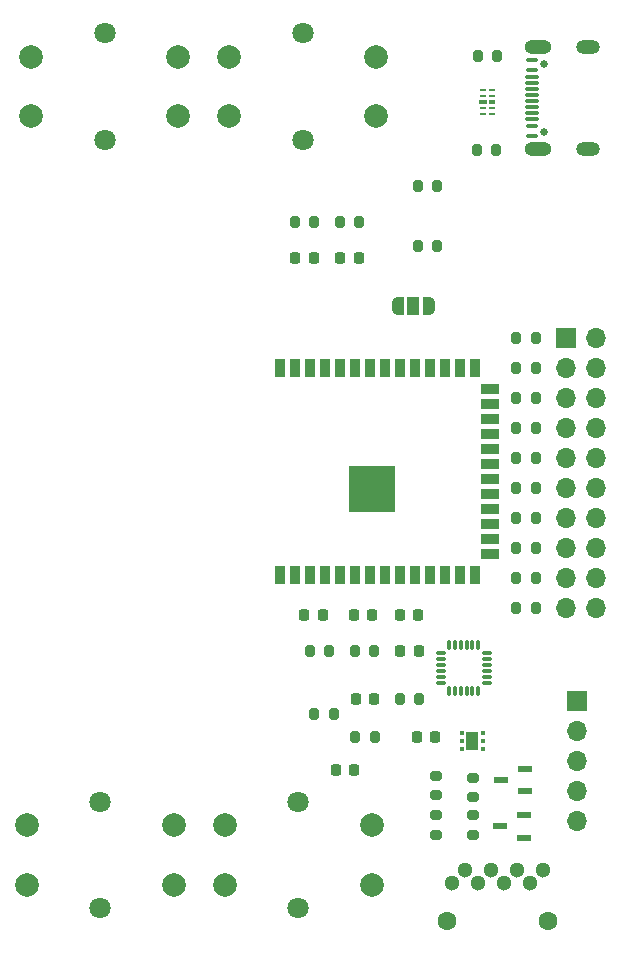
<source format=gts>
G04 #@! TF.GenerationSoftware,KiCad,Pcbnew,8.0.0*
G04 #@! TF.CreationDate,2024-03-19T09:43:12-05:00*
G04 #@! TF.ProjectId,DesignESP32PCB,44657369-676e-4455-9350-33325043422e,rev?*
G04 #@! TF.SameCoordinates,Original*
G04 #@! TF.FileFunction,Soldermask,Top*
G04 #@! TF.FilePolarity,Negative*
%FSLAX46Y46*%
G04 Gerber Fmt 4.6, Leading zero omitted, Abs format (unit mm)*
G04 Created by KiCad (PCBNEW 8.0.0) date 2024-03-19 09:43:12*
%MOMM*%
%LPD*%
G01*
G04 APERTURE LIST*
G04 Aperture macros list*
%AMRoundRect*
0 Rectangle with rounded corners*
0 $1 Rounding radius*
0 $2 $3 $4 $5 $6 $7 $8 $9 X,Y pos of 4 corners*
0 Add a 4 corners polygon primitive as box body*
4,1,4,$2,$3,$4,$5,$6,$7,$8,$9,$2,$3,0*
0 Add four circle primitives for the rounded corners*
1,1,$1+$1,$2,$3*
1,1,$1+$1,$4,$5*
1,1,$1+$1,$6,$7*
1,1,$1+$1,$8,$9*
0 Add four rect primitives between the rounded corners*
20,1,$1+$1,$2,$3,$4,$5,0*
20,1,$1+$1,$4,$5,$6,$7,0*
20,1,$1+$1,$6,$7,$8,$9,0*
20,1,$1+$1,$8,$9,$2,$3,0*%
%AMFreePoly0*
4,1,19,0.550000,-0.750000,0.000000,-0.750000,0.000000,-0.744911,-0.071157,-0.744911,-0.207708,-0.704816,-0.327430,-0.627875,-0.420627,-0.520320,-0.479746,-0.390866,-0.500000,-0.250000,-0.500000,0.250000,-0.479746,0.390866,-0.420627,0.520320,-0.327430,0.627875,-0.207708,0.704816,-0.071157,0.744911,0.000000,0.744911,0.000000,0.750000,0.550000,0.750000,0.550000,-0.750000,0.550000,-0.750000,
$1*%
%AMFreePoly1*
4,1,19,0.000000,0.744911,0.071157,0.744911,0.207708,0.704816,0.327430,0.627875,0.420627,0.520320,0.479746,0.390866,0.500000,0.250000,0.500000,-0.250000,0.479746,-0.390866,0.420627,-0.520320,0.327430,-0.627875,0.207708,-0.704816,0.071157,-0.744911,0.000000,-0.744911,0.000000,-0.750000,-0.550000,-0.750000,-0.550000,0.750000,0.000000,0.750000,0.000000,0.744911,0.000000,0.744911,
$1*%
G04 Aperture macros list end*
%ADD10R,1.700000X1.700000*%
%ADD11O,1.700000X1.700000*%
%ADD12RoundRect,0.200000X0.275000X-0.200000X0.275000X0.200000X-0.275000X0.200000X-0.275000X-0.200000X0*%
%ADD13RoundRect,0.200000X0.200000X0.275000X-0.200000X0.275000X-0.200000X-0.275000X0.200000X-0.275000X0*%
%ADD14C,1.799996*%
%ADD15C,2.000000*%
%ADD16RoundRect,0.225000X-0.225000X-0.250000X0.225000X-0.250000X0.225000X0.250000X-0.225000X0.250000X0*%
%ADD17R,0.900000X1.500000*%
%ADD18R,1.500000X0.900000*%
%ADD19C,0.900000*%
%ADD20R,3.900000X3.900000*%
%ADD21RoundRect,0.200000X-0.200000X-0.275000X0.200000X-0.275000X0.200000X0.275000X-0.200000X0.275000X0*%
%ADD22RoundRect,0.225000X0.225000X0.250000X-0.225000X0.250000X-0.225000X-0.250000X0.225000X-0.250000X0*%
%ADD23R,0.575000X0.200000*%
%ADD24R,0.650000X0.400000*%
%ADD25R,0.575000X0.400000*%
%ADD26RoundRect,0.075000X-0.350000X-0.075000X0.350000X-0.075000X0.350000X0.075000X-0.350000X0.075000X0*%
%ADD27RoundRect,0.075000X0.075000X-0.350000X0.075000X0.350000X-0.075000X0.350000X-0.075000X-0.350000X0*%
%ADD28FreePoly0,0.000000*%
%ADD29R,1.000000X1.500000*%
%ADD30FreePoly1,0.000000*%
%ADD31R,1.219200X0.558800*%
%ADD32C,1.300000*%
%ADD33C,1.600000*%
%ADD34RoundRect,0.093750X-0.093750X-0.106250X0.093750X-0.106250X0.093750X0.106250X-0.093750X0.106250X0*%
%ADD35R,1.000000X1.600000*%
%ADD36C,0.650000*%
%ADD37RoundRect,0.100000X0.375000X-0.100000X0.375000X0.100000X-0.375000X0.100000X-0.375000X-0.100000X0*%
%ADD38RoundRect,0.075000X0.500000X-0.075000X0.500000X0.075000X-0.500000X0.075000X-0.500000X-0.075000X0*%
%ADD39O,2.300000X1.200000*%
%ADD40O,2.000000X1.200000*%
%ADD41RoundRect,0.218750X-0.218750X-0.256250X0.218750X-0.256250X0.218750X0.256250X-0.218750X0.256250X0*%
G04 APERTURE END LIST*
D10*
G04 #@! TO.C,J2*
X139674600Y-104576800D03*
D11*
X139674600Y-107116800D03*
X139674600Y-109656800D03*
X139674600Y-112196800D03*
X139674600Y-114736800D03*
G04 #@! TD*
D12*
G04 #@! TO.C,R25*
X130860800Y-115887000D03*
X130860800Y-114237000D03*
G04 #@! TD*
D13*
G04 #@! TO.C,R7*
X136156200Y-81432400D03*
X134506200Y-81432400D03*
G04 #@! TD*
G04 #@! TO.C,R5*
X136156200Y-76352400D03*
X134506200Y-76352400D03*
G04 #@! TD*
D14*
G04 #@! TO.C,SW3*
X99668000Y-48038000D03*
X99668000Y-57038000D03*
D15*
X93418000Y-50038000D03*
X105918000Y-50038000D03*
X93418000Y-55038000D03*
X105918000Y-55038000D03*
G04 #@! TD*
D16*
G04 #@! TO.C,C6*
X120942000Y-104390000D03*
X122492000Y-104390000D03*
G04 #@! TD*
D17*
G04 #@! TO.C,U2*
X114554000Y-93883000D03*
X115824000Y-93883000D03*
X117094000Y-93883000D03*
X118364000Y-93883000D03*
X119634000Y-93883000D03*
X120904000Y-93883000D03*
X122174000Y-93883000D03*
X123444000Y-93883000D03*
X124714000Y-93883000D03*
X125984000Y-93883000D03*
X127254000Y-93883000D03*
X128524000Y-93883000D03*
X129794000Y-93883000D03*
X131064000Y-93883000D03*
D18*
X132314000Y-92118000D03*
X132314000Y-90848000D03*
X132314000Y-89578000D03*
X132314000Y-88308000D03*
X132314000Y-87038000D03*
X132314000Y-85768000D03*
X132314000Y-84498000D03*
X132314000Y-83228000D03*
X132314000Y-81958000D03*
X132314000Y-80688000D03*
X132314000Y-79418000D03*
X132314000Y-78148000D03*
D17*
X131064000Y-76383000D03*
X129794000Y-76383000D03*
X128524000Y-76383000D03*
X127254000Y-76383000D03*
X125984000Y-76383000D03*
X124714000Y-76383000D03*
X123444000Y-76383000D03*
X122174000Y-76383000D03*
X120904000Y-76383000D03*
X119634000Y-76383000D03*
X118364000Y-76383000D03*
X117094000Y-76383000D03*
X115824000Y-76383000D03*
X114554000Y-76383000D03*
D19*
X121574000Y-88033000D03*
X122974000Y-88033000D03*
X120874000Y-87333000D03*
X122274000Y-87333000D03*
X123674000Y-87333000D03*
X121574000Y-86633000D03*
D20*
X122274000Y-86633000D03*
D19*
X122974000Y-86633000D03*
X120874000Y-85933000D03*
X122274000Y-85933000D03*
X123674000Y-85933000D03*
X121574000Y-85233000D03*
X122974000Y-85233000D03*
G04 #@! TD*
D21*
G04 #@! TO.C,R3*
X117031000Y-100330000D03*
X118681000Y-100330000D03*
G04 #@! TD*
D13*
G04 #@! TO.C,R9*
X136156200Y-86512400D03*
X134506200Y-86512400D03*
G04 #@! TD*
D21*
G04 #@! TO.C,R17*
X117412000Y-105664000D03*
X119062000Y-105664000D03*
G04 #@! TD*
G04 #@! TO.C,R15*
X120841000Y-100326000D03*
X122491000Y-100326000D03*
G04 #@! TD*
D22*
G04 #@! TO.C,C4*
X126252500Y-100326000D03*
X124702500Y-100326000D03*
G04 #@! TD*
D21*
G04 #@! TO.C,R19*
X119571000Y-64008000D03*
X121221000Y-64008000D03*
G04 #@! TD*
D22*
G04 #@! TO.C,C5*
X127648000Y-107569000D03*
X126098000Y-107569000D03*
G04 #@! TD*
D13*
G04 #@! TO.C,R8*
X136156200Y-83972400D03*
X134506200Y-83972400D03*
G04 #@! TD*
D14*
G04 #@! TO.C,SW2*
X116078000Y-113091901D03*
X116078000Y-122091901D03*
D15*
X109828000Y-115091901D03*
X122328000Y-115091901D03*
X109828000Y-120091901D03*
X122328000Y-120091901D03*
G04 #@! TD*
D23*
G04 #@! TO.C,U1*
X131678500Y-52865000D03*
X131678500Y-53365000D03*
D24*
X131716000Y-53865000D03*
D23*
X131678500Y-54365000D03*
X131678500Y-54865000D03*
X132453500Y-54865000D03*
X132453500Y-54365000D03*
D25*
X132478500Y-53865000D03*
D23*
X132453500Y-53365000D03*
X132453500Y-52865000D03*
G04 #@! TD*
D16*
G04 #@! TO.C,C1*
X116573000Y-97282000D03*
X118123000Y-97282000D03*
G04 #@! TD*
D13*
G04 #@! TO.C,R6*
X136156200Y-78892400D03*
X134506200Y-78892400D03*
G04 #@! TD*
D16*
G04 #@! TO.C,C7*
X115811000Y-67056000D03*
X117361000Y-67056000D03*
G04 #@! TD*
D22*
G04 #@! TO.C,C3*
X126239500Y-97278000D03*
X124689500Y-97278000D03*
G04 #@! TD*
D21*
G04 #@! TO.C,R16*
X124652500Y-104390000D03*
X126302500Y-104390000D03*
G04 #@! TD*
D26*
G04 #@! TO.C,U3*
X128110000Y-100522000D03*
X128110000Y-101022000D03*
X128110000Y-101522000D03*
X128110000Y-102022000D03*
X128110000Y-102522000D03*
X128110000Y-103022000D03*
D27*
X128810000Y-103722000D03*
X129310000Y-103722000D03*
X129810000Y-103722000D03*
X130310000Y-103722000D03*
X130810000Y-103722000D03*
X131310000Y-103722000D03*
D26*
X132010000Y-103022000D03*
X132010000Y-102522000D03*
X132010000Y-102022000D03*
X132010000Y-101522000D03*
X132010000Y-101022000D03*
X132010000Y-100522000D03*
D27*
X131310000Y-99822000D03*
X130810000Y-99822000D03*
X130310000Y-99822000D03*
X129810000Y-99822000D03*
X129310000Y-99822000D03*
X128810000Y-99822000D03*
G04 #@! TD*
D21*
G04 #@! TO.C,R18*
X115761000Y-64008000D03*
X117411000Y-64008000D03*
G04 #@! TD*
D28*
G04 #@! TO.C,JP1*
X124500000Y-71120000D03*
D29*
X125800000Y-71120000D03*
D30*
X127100000Y-71120000D03*
G04 #@! TD*
D31*
G04 #@! TO.C,Q1*
X135234599Y-112202001D03*
X135234599Y-110301999D03*
X133192600Y-111252000D03*
G04 #@! TD*
D14*
G04 #@! TO.C,SW4*
X116432000Y-48038000D03*
X116432000Y-57038000D03*
D15*
X110182000Y-50038000D03*
X122682000Y-50038000D03*
X110182000Y-55038000D03*
X122682000Y-55038000D03*
G04 #@! TD*
D13*
G04 #@! TO.C,R2*
X132891000Y-49944000D03*
X131241000Y-49944000D03*
G04 #@! TD*
G04 #@! TO.C,R4*
X136156200Y-73787000D03*
X134506200Y-73787000D03*
G04 #@! TD*
D14*
G04 #@! TO.C,SW1*
X99314000Y-113091901D03*
X99314000Y-122091901D03*
D15*
X93064000Y-115091901D03*
X105564000Y-115091901D03*
X93064000Y-120091901D03*
X105564000Y-120091901D03*
G04 #@! TD*
D13*
G04 #@! TO.C,R11*
X136156200Y-91592400D03*
X134506200Y-91592400D03*
G04 #@! TD*
G04 #@! TO.C,R1*
X132828000Y-57945000D03*
X131178000Y-57945000D03*
G04 #@! TD*
D16*
G04 #@! TO.C,C2*
X120764000Y-97282000D03*
X122314000Y-97282000D03*
G04 #@! TD*
D32*
G04 #@! TO.C,J1*
X129100000Y-120000000D03*
X130200000Y-118900000D03*
X131300000Y-120000000D03*
X132400000Y-118900000D03*
X133500000Y-120000000D03*
X134600000Y-118900000D03*
X135700000Y-120000000D03*
X136800000Y-118900000D03*
D33*
X128650000Y-123170000D03*
X137250000Y-123170000D03*
G04 #@! TD*
D34*
G04 #@! TO.C,U4*
X129922500Y-107281000D03*
X129922500Y-107931000D03*
X129922500Y-108581000D03*
X131697500Y-108581000D03*
X131697500Y-107931000D03*
X131697500Y-107281000D03*
D35*
X130810000Y-107931000D03*
G04 #@! TD*
D12*
G04 #@! TO.C,R23*
X130860800Y-112686600D03*
X130860800Y-111036600D03*
G04 #@! TD*
D10*
G04 #@! TO.C,J3*
X138709400Y-73812400D03*
D11*
X141249400Y-73812400D03*
X138709400Y-76352400D03*
X141249400Y-76352400D03*
X138709400Y-78892400D03*
X141249400Y-78892400D03*
X138709400Y-81432400D03*
X141249400Y-81432400D03*
X138709400Y-83972400D03*
X141249400Y-83972400D03*
X138709400Y-86512400D03*
X141249400Y-86512400D03*
X138709400Y-89052400D03*
X141249400Y-89052400D03*
X138709400Y-91592400D03*
X141249400Y-91592400D03*
X138709400Y-94132400D03*
X141249400Y-94132400D03*
X138709400Y-96672400D03*
X141249400Y-96672400D03*
G04 #@! TD*
D12*
G04 #@! TO.C,R24*
X127711200Y-115887000D03*
X127711200Y-114237000D03*
G04 #@! TD*
D13*
G04 #@! TO.C,R20*
X122555000Y-107569000D03*
X120905000Y-107569000D03*
G04 #@! TD*
D36*
G04 #@! TO.C,JUSB1*
X136895000Y-56390000D03*
X136895000Y-50610000D03*
D37*
X135820000Y-56700000D03*
X135820000Y-55900000D03*
D38*
X135820000Y-54750000D03*
X135820000Y-53750000D03*
X135820000Y-53250000D03*
X135820000Y-52250000D03*
D37*
X135820000Y-51100000D03*
X135820000Y-50300000D03*
X135820000Y-50300000D03*
X135820000Y-51100000D03*
D38*
X135820000Y-51750000D03*
X135820000Y-52750000D03*
X135820000Y-54250000D03*
X135820000Y-55250000D03*
D37*
X135820000Y-55900000D03*
X135820000Y-56700000D03*
D39*
X136395000Y-57820000D03*
D40*
X140575000Y-57820000D03*
D39*
X136395000Y-49180000D03*
D40*
X140575000Y-49180000D03*
G04 #@! TD*
D21*
G04 #@! TO.C,R21*
X126175000Y-60960000D03*
X127825000Y-60960000D03*
G04 #@! TD*
G04 #@! TO.C,R22*
X126175000Y-66040000D03*
X127825000Y-66040000D03*
G04 #@! TD*
D22*
G04 #@! TO.C,C8*
X121171000Y-67056000D03*
X119621000Y-67056000D03*
G04 #@! TD*
D13*
G04 #@! TO.C,R10*
X136156200Y-89052400D03*
X134506200Y-89052400D03*
G04 #@! TD*
G04 #@! TO.C,R13*
X136156200Y-96647000D03*
X134506200Y-96647000D03*
G04 #@! TD*
D12*
G04 #@! TO.C,R26*
X127711200Y-112534200D03*
X127711200Y-110884200D03*
G04 #@! TD*
D41*
G04 #@! TO.C,D1*
X119227500Y-110363000D03*
X120802500Y-110363000D03*
G04 #@! TD*
D31*
G04 #@! TO.C,Q2*
X135183799Y-116113601D03*
X135183799Y-114213599D03*
X133141800Y-115163600D03*
G04 #@! TD*
D13*
G04 #@! TO.C,R12*
X136156200Y-94132400D03*
X134506200Y-94132400D03*
G04 #@! TD*
M02*

</source>
